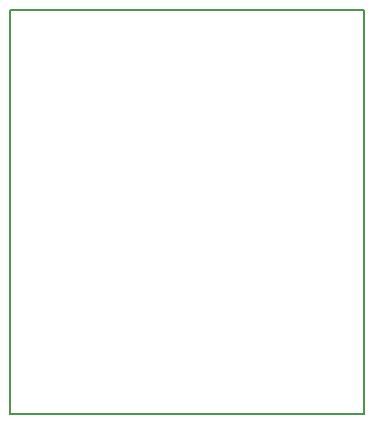
<source format=gbr>
%TF.GenerationSoftware,KiCad,Pcbnew,7.0.9*%
%TF.CreationDate,2023-11-11T09:59:11+01:00*%
%TF.ProjectId,CO2-PwrSupply,434f322d-5077-4725-9375-70706c792e6b,1.0*%
%TF.SameCoordinates,Original*%
%TF.FileFunction,Profile,NP*%
%FSLAX46Y46*%
G04 Gerber Fmt 4.6, Leading zero omitted, Abs format (unit mm)*
G04 Created by KiCad (PCBNEW 7.0.9) date 2023-11-11 09:59:11*
%MOMM*%
%LPD*%
G01*
G04 APERTURE LIST*
%TA.AperFunction,Profile*%
%ADD10C,0.150000*%
%TD*%
G04 APERTURE END LIST*
D10*
X49373000Y-17145000D02*
X79345000Y-17145000D01*
X79345000Y-51308000D01*
X49373000Y-51308000D01*
X49373000Y-17145000D01*
M02*

</source>
